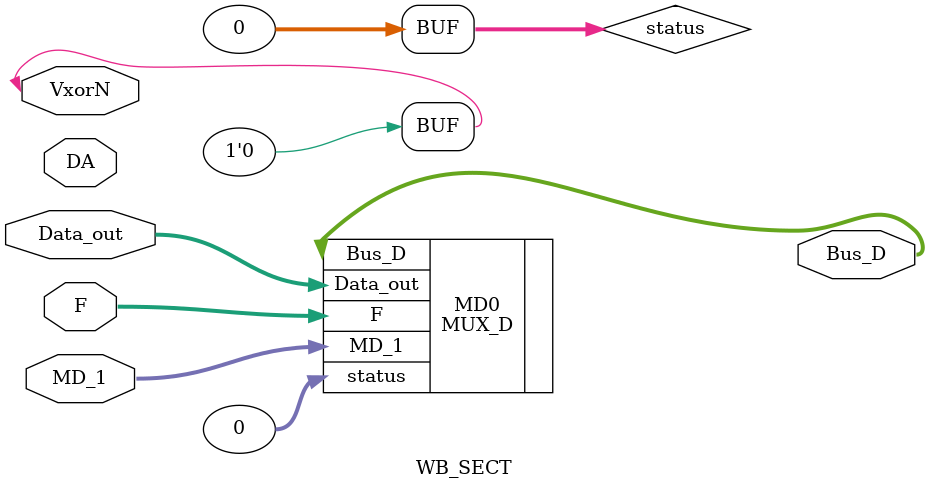
<source format=v>
`timescale 1ns / 1ps

module WB_SECT(input [31:0] F, Data_out,
               input VxorN,
               input [1:0] MD_1,
               input [4:0] DA,
               output [31:0] Bus_D);
               
wire [31:0] status = 0;
            
assign status = {31'd0, VxorN}; // Pad the status with zeroes to fit into register file in WB section

MUX_D MD0(.MD_1(MD_1), .F(F), .Data_out(Data_out), .status(status), // MUX D (input/input) / Function data (input/input) / Data mem output (input/input) / Status (input/wire)
          .Bus_D(Bus_D)); // Bus D (output reg/output)
               
endmodule

</source>
